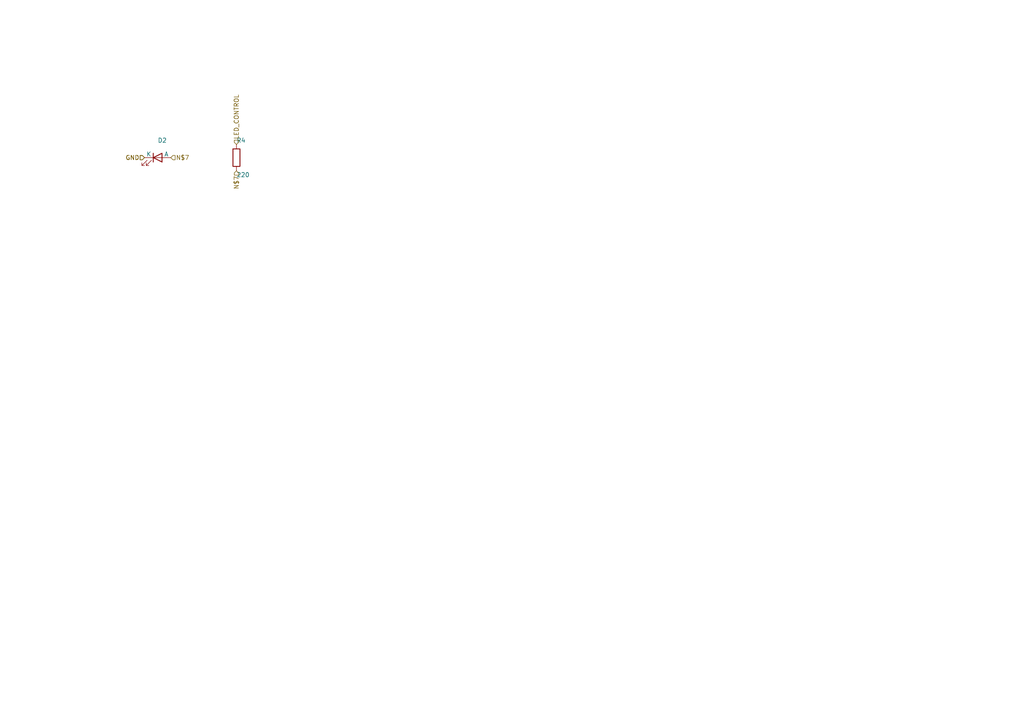
<source format=kicad_sch>
(kicad_sch (version 20250114) (generator "circuit_synth") (generator_version "9.0")
  (paper "A4")
  (lib_symbols
    (symbol "Device:LED" (pin_numbers hide) (pin_names (offset 0))
      (property "Reference" "D" (at 0 0 0))
      (property "Value" "LED" (at 0 0 0))
      (property "Sim.Pins" "1=K 2=A" (at 0 0 0))
      (symbol "LED_0_1"
        (polyline (pts (xy -3.048 -0.762) (xy -4.572 -2.286) (xy -3.81 -2.286) (xy -4.572 -2.286) (xy -4.572 -1.524)))
        (polyline (pts (xy -1.778 -0.762) (xy -3.302 -2.286) (xy -2.54 -2.286) (xy -3.302 -2.286) (xy -3.302 -1.524)))
        (polyline (pts (xy -1.27 0) (xy 1.27 0)))
        (polyline (pts (xy -1.27 -1.27) (xy -1.27 1.27)) (stroke (width 0.254)))
        (polyline (pts (xy 1.27 -1.27) (xy 1.27 1.27) (xy -1.27 0) (xy 1.27 -1.27)) (stroke (width 0.254)))
      )
      (symbol "LED_1_1"
        (pin passive line (at -3.81 0 0) (length 2.54) (name "K") (number "1"))
        (pin passive line (at 3.81 0 180) (length 2.54) (name "A") (number "2"))
      )
    )
    (symbol "Device:R" (pin_numbers hide) (pin_names (offset 0))
      (property "Reference" "R" (at 0 0 0))
      (property "Value" "R" (at 0 0 0))
      (symbol "R_0_1"
        (rectangle (start -1.016 -2.54) (end 1.016 2.54) (stroke (width 0.254)))
      )
      (symbol "R_1_1"
        (pin passive line (at 0 3.81 270) (length 1.27) (name "~") (number "1"))
        (pin passive line (at 0 -3.81 90) (length 1.27) (name "~") (number "2"))
      )
    )
  )
  (symbol (lib_id "Device:LED") (at 45.72 45.72 0) (unit 1)
    (property "Reference" "D2" (at 45.72 40.72 0) (effects (justify left)))
    (property "Footprint" "LED_SMD:LED_0603_1608Metric" (effects (hide yes)))
  )
  (symbol (lib_id "Device:R") (at 68.58 45.72 0) (unit 1)
    (property "Reference" "R4" (at 68.58 40.72 0) (effects (justify left)))
    (property "Value" "220" (at 68.58 50.72 0) (effects (justify left)))
    (property "Footprint" "Resistor_SMD:R_0603_1608Metric" (effects (hide yes)))
  )
  (hierarchical_label "GND" (shape input) (at 41.91 45.72 180))
  (hierarchical_label "GND" (shape input) (at 41.91 45.72 180))
  (hierarchical_label "N$7" (shape input) (at 49.53 45.72 0))
  (hierarchical_label "N$7" (shape input) (at 68.58 49.53 270))
  (hierarchical_label "LED_CONTROL" (shape input) (at 68.58 41.91 90))
)
</source>
